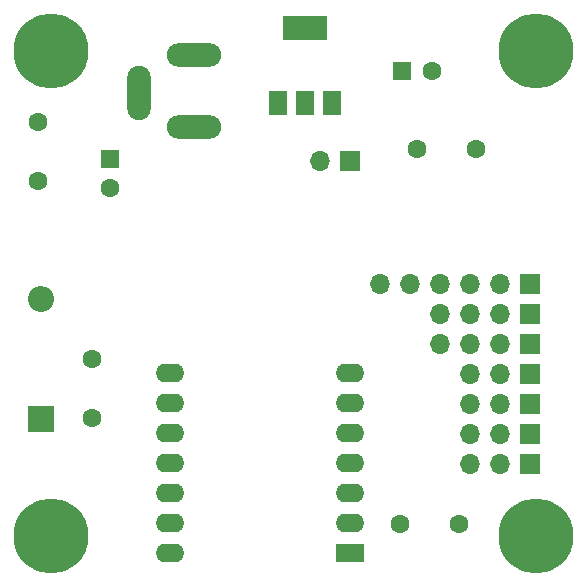
<source format=gts>
%TF.GenerationSoftware,KiCad,Pcbnew,(6.0.1)*%
%TF.CreationDate,2022-06-03T05:47:02-04:00*%
%TF.ProjectId,QTPy49,51545079-3439-42e6-9b69-6361645f7063,rev?*%
%TF.SameCoordinates,Original*%
%TF.FileFunction,Soldermask,Top*%
%TF.FilePolarity,Negative*%
%FSLAX46Y46*%
G04 Gerber Fmt 4.6, Leading zero omitted, Abs format (unit mm)*
G04 Created by KiCad (PCBNEW (6.0.1)) date 2022-06-03 05:47:02*
%MOMM*%
%LPD*%
G01*
G04 APERTURE LIST*
%ADD10R,1.500000X2.000000*%
%ADD11R,3.800000X2.000000*%
%ADD12R,1.700000X1.700000*%
%ADD13O,1.700000X1.700000*%
%ADD14C,6.350000*%
%ADD15C,1.600000*%
%ADD16R,1.600000X1.600000*%
%ADD17O,4.600000X2.000000*%
%ADD18O,2.000000X4.600000*%
%ADD19R,2.400000X1.600000*%
%ADD20O,2.400000X1.600000*%
%ADD21R,2.200000X2.200000*%
%ADD22O,2.200000X2.200000*%
G04 APERTURE END LIST*
D10*
%TO.C,U2*%
X23145282Y-8365482D03*
X25445282Y-8365482D03*
X27745282Y-8365482D03*
D11*
X25445282Y-2065482D03*
%TD*%
D12*
%TO.C,J7*%
X44547282Y-33823482D03*
D13*
X42007282Y-33823482D03*
X39467282Y-33823482D03*
%TD*%
D14*
%TO.C,MTG1*%
X4000000Y-4000000D03*
%TD*%
%TO.C,MTG2*%
X45000000Y-4000000D03*
%TD*%
%TO.C,MTG4*%
X45000000Y-45000000D03*
%TD*%
D12*
%TO.C,J9*%
X44547282Y-38903482D03*
D13*
X42007282Y-38903482D03*
X39467282Y-38903482D03*
%TD*%
D12*
%TO.C,J8*%
X44532282Y-36363482D03*
D13*
X41992282Y-36363482D03*
X39452282Y-36363482D03*
%TD*%
D15*
%TO.C,C5*%
X7463282Y-35053482D03*
X7463282Y-30053482D03*
%TD*%
D14*
%TO.C,MTG3*%
X4000000Y-45000000D03*
%TD*%
D16*
%TO.C,C2*%
X8987282Y-13083103D03*
D15*
X8987282Y-15583103D03*
%TD*%
D16*
%TO.C,C3*%
X33712903Y-5629482D03*
D15*
X36212903Y-5629482D03*
%TD*%
D17*
%TO.C,J1*%
X16047282Y-10443400D03*
X16047282Y-4343400D03*
D18*
X11447282Y-7543400D03*
%TD*%
D12*
%TO.C,J3*%
X44547282Y-23663482D03*
D13*
X42007282Y-23663482D03*
X39467282Y-23663482D03*
X36927282Y-23663482D03*
X34387282Y-23663482D03*
X31847282Y-23663482D03*
%TD*%
D15*
%TO.C,C1*%
X2891282Y-9987482D03*
X2891282Y-14987482D03*
%TD*%
D12*
%TO.C,J6*%
X44532282Y-31283482D03*
D13*
X41992282Y-31283482D03*
X39452282Y-31283482D03*
%TD*%
D12*
%TO.C,J5*%
X44537282Y-28743482D03*
D13*
X41997282Y-28743482D03*
X39457282Y-28743482D03*
X36917282Y-28743482D03*
%TD*%
D12*
%TO.C,J2*%
X29312282Y-13249482D03*
D13*
X26772282Y-13249482D03*
%TD*%
D15*
%TO.C,C6*%
X38474600Y-44000000D03*
X33474600Y-44000000D03*
%TD*%
D19*
%TO.C,BRD1*%
X29307282Y-46447282D03*
D20*
X29307282Y-43907282D03*
X29307282Y-41367282D03*
X29307282Y-38827282D03*
X29307282Y-36287282D03*
X29307282Y-33747282D03*
X29307282Y-31207282D03*
X14067282Y-31207282D03*
X14067282Y-33747282D03*
X14067282Y-36287282D03*
X14067282Y-38827282D03*
X14067282Y-41367282D03*
X14067282Y-43907282D03*
X14067282Y-46447282D03*
%TD*%
D15*
%TO.C,C4*%
X34935282Y-12233482D03*
X39935282Y-12233482D03*
%TD*%
D12*
%TO.C,J4*%
X44547282Y-26203482D03*
D13*
X42007282Y-26203482D03*
X39467282Y-26203482D03*
X36927282Y-26203482D03*
%TD*%
D21*
%TO.C,D1*%
X3145282Y-35093482D03*
D22*
X3145282Y-24933482D03*
%TD*%
M02*

</source>
